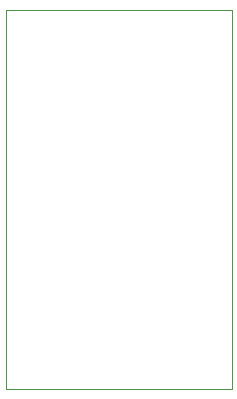
<source format=gbr>
%TF.GenerationSoftware,KiCad,Pcbnew,(6.0.2)*%
%TF.CreationDate,2022-03-14T21:43:21-03:00*%
%TF.ProjectId,9_axis_double,395f6178-6973-45f6-946f-75626c652e6b,rev?*%
%TF.SameCoordinates,Original*%
%TF.FileFunction,Profile,NP*%
%FSLAX46Y46*%
G04 Gerber Fmt 4.6, Leading zero omitted, Abs format (unit mm)*
G04 Created by KiCad (PCBNEW (6.0.2)) date 2022-03-14 21:43:21*
%MOMM*%
%LPD*%
G01*
G04 APERTURE LIST*
%TA.AperFunction,Profile*%
%ADD10C,0.050000*%
%TD*%
G04 APERTURE END LIST*
D10*
X90190000Y-90800000D02*
X71090000Y-90800000D01*
X71090000Y-90800000D02*
X71090000Y-58700000D01*
X71090000Y-58700000D02*
X90190000Y-58700000D01*
X90190000Y-58700000D02*
X90190000Y-90800000D01*
M02*

</source>
